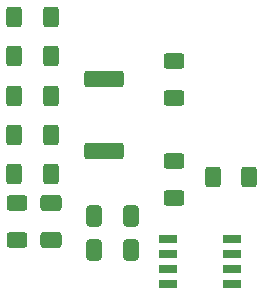
<source format=gbr>
%TF.GenerationSoftware,KiCad,Pcbnew,9.0.7*%
%TF.CreationDate,2026-02-01T23:09:28+05:00*%
%TF.ProjectId,HLT8012-Interface-board,484c5438-3031-4322-9d49-6e7465726661,rev?*%
%TF.SameCoordinates,Original*%
%TF.FileFunction,Paste,Top*%
%TF.FilePolarity,Positive*%
%FSLAX46Y46*%
G04 Gerber Fmt 4.6, Leading zero omitted, Abs format (unit mm)*
G04 Created by KiCad (PCBNEW 9.0.7) date 2026-02-01 23:09:28*
%MOMM*%
%LPD*%
G01*
G04 APERTURE LIST*
G04 Aperture macros list*
%AMRoundRect*
0 Rectangle with rounded corners*
0 $1 Rounding radius*
0 $2 $3 $4 $5 $6 $7 $8 $9 X,Y pos of 4 corners*
0 Add a 4 corners polygon primitive as box body*
4,1,4,$2,$3,$4,$5,$6,$7,$8,$9,$2,$3,0*
0 Add four circle primitives for the rounded corners*
1,1,$1+$1,$2,$3*
1,1,$1+$1,$4,$5*
1,1,$1+$1,$6,$7*
1,1,$1+$1,$8,$9*
0 Add four rect primitives between the rounded corners*
20,1,$1+$1,$2,$3,$4,$5,0*
20,1,$1+$1,$4,$5,$6,$7,0*
20,1,$1+$1,$6,$7,$8,$9,0*
20,1,$1+$1,$8,$9,$2,$3,0*%
G04 Aperture macros list end*
%ADD10RoundRect,0.249999X-1.425001X0.450001X-1.425001X-0.450001X1.425001X-0.450001X1.425001X0.450001X0*%
%ADD11RoundRect,0.250000X0.412500X0.650000X-0.412500X0.650000X-0.412500X-0.650000X0.412500X-0.650000X0*%
%ADD12RoundRect,0.250000X-0.412500X-0.650000X0.412500X-0.650000X0.412500X0.650000X-0.412500X0.650000X0*%
%ADD13RoundRect,0.250000X-0.650000X0.412500X-0.650000X-0.412500X0.650000X-0.412500X0.650000X0.412500X0*%
%ADD14R,1.525000X0.650000*%
%ADD15RoundRect,0.250000X-0.625000X0.400000X-0.625000X-0.400000X0.625000X-0.400000X0.625000X0.400000X0*%
%ADD16RoundRect,0.250000X-0.400000X-0.625000X0.400000X-0.625000X0.400000X0.625000X-0.400000X0.625000X0*%
G04 APERTURE END LIST*
D10*
%TO.C,R10*%
X120375000Y-116775000D03*
X120375000Y-122875000D03*
%TD*%
D11*
%TO.C,C3*%
X122662500Y-131300000D03*
X119537500Y-131300000D03*
%TD*%
D12*
%TO.C,C2*%
X122637500Y-128350000D03*
X119512500Y-128350000D03*
%TD*%
D13*
%TO.C,C1*%
X115900000Y-130437500D03*
X115900000Y-127312500D03*
%TD*%
D14*
%TO.C,U1*%
X125763000Y-130345000D03*
X125763000Y-131615000D03*
X125763000Y-132885000D03*
X125763000Y-134155000D03*
X131187000Y-134155000D03*
X131187000Y-132885000D03*
X131187000Y-131615000D03*
X131187000Y-130345000D03*
%TD*%
D15*
%TO.C,R9*%
X126250000Y-123750000D03*
X126250000Y-126850000D03*
%TD*%
%TO.C,R8*%
X126300000Y-115300000D03*
X126300000Y-118400000D03*
%TD*%
%TO.C,R7*%
X112950000Y-127325000D03*
X112950000Y-130425000D03*
%TD*%
D16*
%TO.C,R6*%
X112757500Y-124805000D03*
X115857500Y-124805000D03*
%TD*%
%TO.C,R5*%
X112757500Y-121495000D03*
X115857500Y-121495000D03*
%TD*%
%TO.C,R4*%
X112757500Y-118185000D03*
X115857500Y-118185000D03*
%TD*%
%TO.C,R3*%
X112757500Y-114875000D03*
X115857500Y-114875000D03*
%TD*%
%TO.C,R2*%
X112757500Y-111565000D03*
X115857500Y-111565000D03*
%TD*%
%TO.C,R1*%
X129550000Y-125050000D03*
X132650000Y-125050000D03*
%TD*%
M02*

</source>
